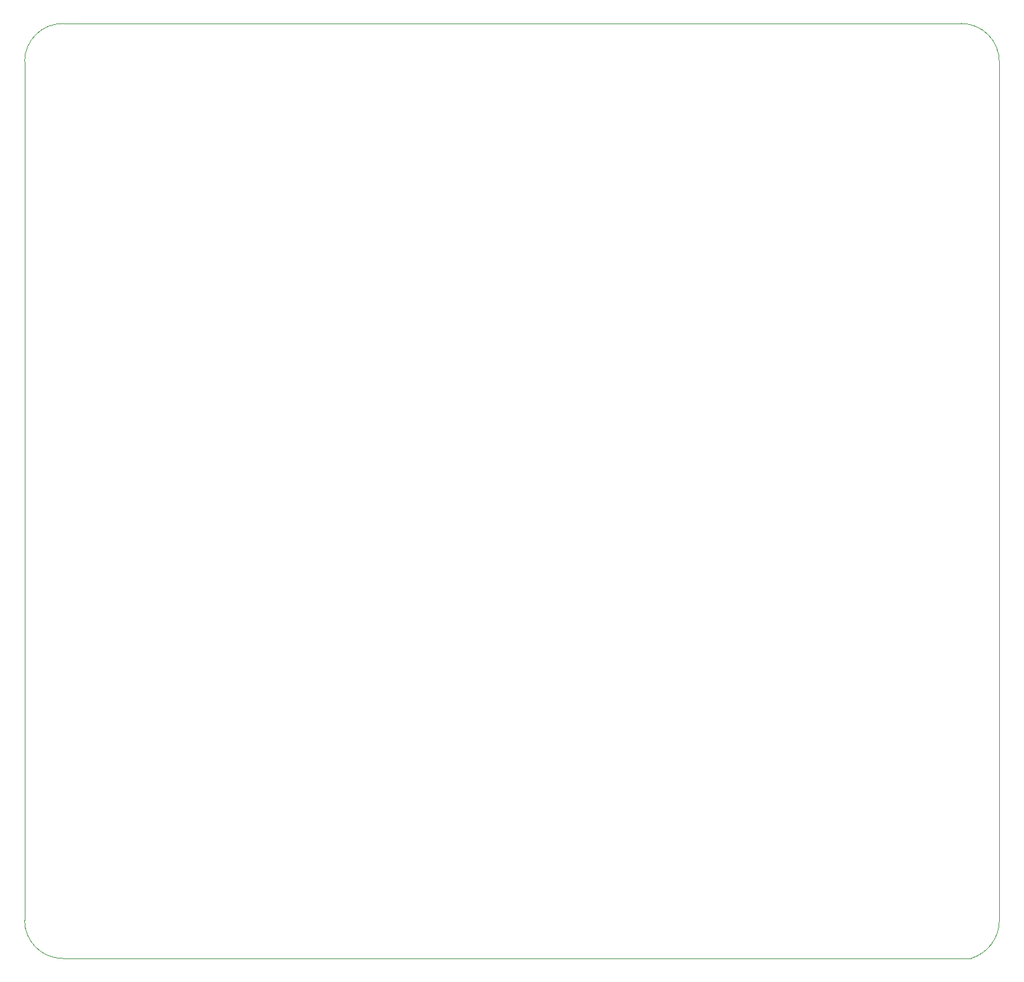
<source format=gbr>
%TF.GenerationSoftware,KiCad,Pcbnew,8.0.6*%
%TF.CreationDate,2025-03-03T14:35:36-05:00*%
%TF.ProjectId,SiPM_Bias_BRD_Telem_PWR,5369504d-5f42-4696-9173-5f4252445f54,rev?*%
%TF.SameCoordinates,Original*%
%TF.FileFunction,Profile,NP*%
%FSLAX46Y46*%
G04 Gerber Fmt 4.6, Leading zero omitted, Abs format (unit mm)*
G04 Created by KiCad (PCBNEW 8.0.6) date 2025-03-03 14:35:36*
%MOMM*%
%LPD*%
G01*
G04 APERTURE LIST*
%TA.AperFunction,Profile*%
%ADD10C,0.050000*%
%TD*%
G04 APERTURE END LIST*
D10*
X355817898Y-195580000D02*
X355817898Y-137160000D01*
X231140000Y-256540000D02*
G75*
G02*
X226060000Y-251460000I0J5080000D01*
G01*
X355823675Y-251460000D02*
G75*
G02*
X352044000Y-256539999I-5303675J0D01*
G01*
X226060000Y-195580000D02*
X226060000Y-137160000D01*
X347980000Y-256540000D02*
X350520000Y-256540000D01*
X347980000Y-256540000D02*
X231140000Y-256540000D01*
X352044000Y-256539999D02*
X350520000Y-256540000D01*
X231140000Y-132080000D02*
X350737898Y-132080000D01*
X350737898Y-132080000D02*
G75*
G02*
X355817900Y-137160000I2J-5080000D01*
G01*
X226060000Y-137160000D02*
G75*
G02*
X231140000Y-132080000I5080000J0D01*
G01*
X226060000Y-251460000D02*
X226060000Y-195580000D01*
X355817898Y-251460000D02*
X355817898Y-195580000D01*
M02*

</source>
